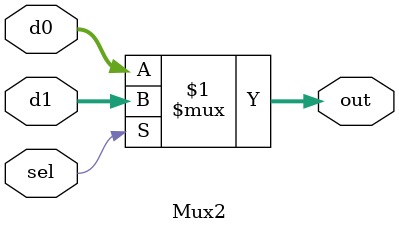
<source format=v>
`timescale 1ns / 1ps

module Mux2
#(parameter WIDTH = 8)
(
	input [WIDTH-1:0] d0,d1,
	input 			  sel,
	
	output[WIDTH-1:0] out
);

assign out=sel?d1:d0;

endmodule
</source>
